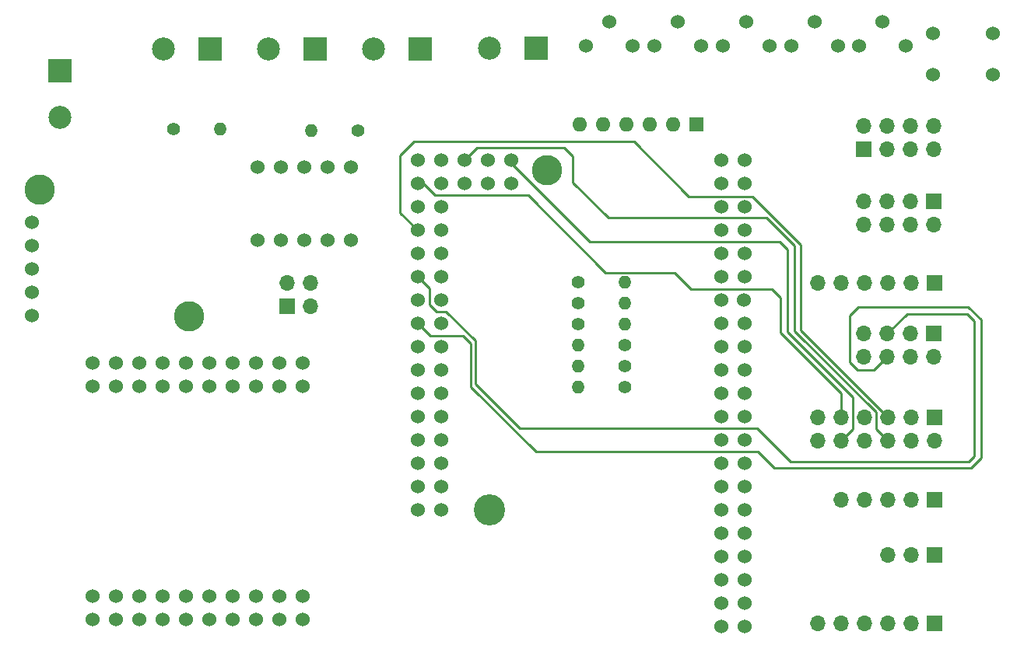
<source format=gbr>
%TF.GenerationSoftware,KiCad,Pcbnew,(6.0.0-0)*%
%TF.CreationDate,2022-02-23T10:17:12-05:00*%
%TF.ProjectId,LED_Controller_Without_Level_Shifter,4c45445f-436f-46e7-9472-6f6c6c65725f,1.0*%
%TF.SameCoordinates,Original*%
%TF.FileFunction,Copper,L3,Inr*%
%TF.FilePolarity,Positive*%
%FSLAX46Y46*%
G04 Gerber Fmt 4.6, Leading zero omitted, Abs format (unit mm)*
G04 Created by KiCad (PCBNEW (6.0.0-0)) date 2022-02-23 10:17:12*
%MOMM*%
%LPD*%
G01*
G04 APERTURE LIST*
%TA.AperFunction,ComponentPad*%
%ADD10C,1.524000*%
%TD*%
%TA.AperFunction,ComponentPad*%
%ADD11C,3.400000*%
%TD*%
%TA.AperFunction,ComponentPad*%
%ADD12C,3.300000*%
%TD*%
%TA.AperFunction,ComponentPad*%
%ADD13R,2.500000X2.500000*%
%TD*%
%TA.AperFunction,ComponentPad*%
%ADD14C,2.500000*%
%TD*%
%TA.AperFunction,ComponentPad*%
%ADD15R,1.700000X1.700000*%
%TD*%
%TA.AperFunction,ComponentPad*%
%ADD16O,1.700000X1.700000*%
%TD*%
%TA.AperFunction,ComponentPad*%
%ADD17C,1.400000*%
%TD*%
%TA.AperFunction,ComponentPad*%
%ADD18O,1.400000X1.400000*%
%TD*%
%TA.AperFunction,ComponentPad*%
%ADD19R,1.600000X1.600000*%
%TD*%
%TA.AperFunction,ComponentPad*%
%ADD20O,1.600000X1.600000*%
%TD*%
%TA.AperFunction,Conductor*%
%ADD21C,0.250000*%
%TD*%
G04 APERTURE END LIST*
D10*
%TO.N,unconnected-(U4-Pad75)*%
%TO.C,U4*%
X165770000Y-123550000D03*
%TO.N,unconnected-(U4-Pad74)*%
X168310000Y-123550000D03*
%TO.N,TX0*%
X165770000Y-118470000D03*
%TO.N,RX0*%
X168310000Y-118470000D03*
%TO.N,OE*%
X165770000Y-115930000D03*
%TO.N,DP_DATA_IN*%
X168310000Y-115930000D03*
%TO.N,DP_CLOCK*%
X165780000Y-113390000D03*
%TO.N,DP_LOAD*%
X168310000Y-113390000D03*
%TO.N,unconnected-(U4-Pad6)*%
X165770000Y-110850000D03*
%TO.N,unconnected-(U4-Pad7)*%
X168310000Y-110850000D03*
%TO.N,unconnected-(U4-Pad8)*%
X165770000Y-108310000D03*
%TO.N,unconnected-(U4-Pad9)*%
X168310000Y-108310000D03*
%TO.N,unconnected-(U4-Pad10)*%
X165770000Y-105770000D03*
%TO.N,unconnected-(U4-Pad11)*%
X168310000Y-105770000D03*
%TO.N,VU_STROBE*%
X165770000Y-103230000D03*
%TO.N,VU_RESET*%
X168310000Y-103230000D03*
%TO.N,unconnected-(U4-Pad14)*%
X165770000Y-100690000D03*
%TO.N,unconnected-(U4-Pad15)*%
X168310000Y-100690000D03*
%TO.N,LOGIC_2560_RX*%
X165770000Y-98150000D03*
%TO.N,LOGIC_2560_TX*%
X168310000Y-98150000D03*
%TO.N,TX1*%
X165780000Y-95610000D03*
%TO.N,RX1*%
X168230000Y-95610000D03*
%TO.N,SDA*%
X165780000Y-93070000D03*
%TO.N,SCL*%
X168310000Y-93070000D03*
%TO.N,unconnected-(U4-Pad22)*%
X165770000Y-90530000D03*
%TO.N,unconnected-(U4-Pad23)*%
X168310000Y-90530000D03*
%TO.N,unconnected-(U4-Pad24)*%
X165770000Y-87990000D03*
%TO.N,+5V*%
X168310000Y-131170000D03*
%TO.N,GND*%
X168310000Y-128630000D03*
D11*
%TO.N,N/C*%
X140530000Y-118470000D03*
D12*
X146820000Y-81440000D03*
D10*
%TO.N,unconnected-(U4-Pad25)*%
X168310000Y-87990000D03*
%TO.N,unconnected-(U4-Pad26)*%
X165770000Y-85450000D03*
%TO.N,unconnected-(U4-Pad27)*%
X168310000Y-85450000D03*
%TO.N,unconnected-(U4-Pad28)*%
X165770000Y-82910000D03*
%TO.N,unconnected-(U4-Pad29)*%
X168310000Y-82910000D03*
%TO.N,MAINT_DATA*%
X165770000Y-80370000D03*
%TO.N,unconnected-(U4-Pad31)*%
X168310000Y-80370000D03*
%TO.N,MAINT_CLOCK*%
X132750000Y-98150000D03*
%TO.N,unconnected-(U4-Pad33)*%
X135290000Y-98150000D03*
%TO.N,LDP_DATA*%
X132750000Y-95610000D03*
%TO.N,unconnected-(U4-Pad35)*%
X135290000Y-95610000D03*
%TO.N,LDP_CLOCK*%
X132750000Y-93070000D03*
%TO.N,unconnected-(U4-Pad37)*%
X135290000Y-93070000D03*
%TO.N,CS1_DATA*%
X132750000Y-90530000D03*
%TO.N,unconnected-(U4-Pad39)*%
X135290000Y-90530000D03*
%TO.N,CS1_CLOCK*%
X132750000Y-87990000D03*
%TO.N,unconnected-(U4-Pad41)*%
X135290000Y-87990000D03*
%TO.N,CS2_DATA*%
X132750000Y-85450000D03*
%TO.N,unconnected-(U4-Pad43)*%
X135290000Y-85450000D03*
%TO.N,CS2_CLOCK*%
X132750000Y-82910000D03*
%TO.N,JUMPER5*%
X135290000Y-82910000D03*
%TO.N,VU1_DATA*%
X132750000Y-80370000D03*
%TO.N,JUMPER4*%
X135290000Y-80370000D03*
%TO.N,VU1_CLOCK*%
X137840000Y-80370000D03*
%TO.N,JUMPER3*%
X137830000Y-82910000D03*
%TO.N,VU2_DATA*%
X140370000Y-80370000D03*
%TO.N,JUMPER2*%
X140370000Y-82910000D03*
%TO.N,VU2_CLOCK*%
X142910000Y-80370000D03*
%TO.N,JUMPER1*%
X142910000Y-82910000D03*
%TO.N,GND*%
X165770000Y-128630000D03*
%TO.N,+5V*%
X165770000Y-131170000D03*
%TO.N,unconnected-(U4-Pad72)*%
X165770000Y-126090000D03*
%TO.N,unconnected-(U4-Pad73)*%
X168310000Y-126090000D03*
%TO.N,unconnected-(U4-Pad104)*%
X165770000Y-121010000D03*
%TO.N,RESET*%
X168310000Y-121010000D03*
%TO.N,SPECTRUM_LEFT*%
X132750000Y-118470000D03*
%TO.N,SPECTRUM_RIGHT*%
X135290000Y-118470000D03*
%TO.N,TRIM1*%
X132750000Y-115930000D03*
%TO.N,TRIM2*%
X135290000Y-115930000D03*
%TO.N,TRIM3*%
X132750000Y-113390000D03*
%TO.N,TRIM4*%
X135290000Y-113390000D03*
%TO.N,TRIM5*%
X132750000Y-110850000D03*
%TO.N,BATTERY_LEVEL*%
X135290000Y-110850000D03*
%TO.N,EXT_MIC*%
X132750000Y-108310000D03*
%TO.N,unconnected-(U4-Pad209)*%
X135290000Y-108310000D03*
%TO.N,unconnected-(U4-Pad210)*%
X132750000Y-105770000D03*
%TO.N,unconnected-(U4-Pad211)*%
X135290000Y-105770000D03*
%TO.N,unconnected-(U4-Pad212)*%
X132750000Y-103230000D03*
%TO.N,unconnected-(U4-Pad213)*%
X135290000Y-103230000D03*
%TO.N,unconnected-(U4-Pad214)*%
X132750000Y-100690000D03*
%TO.N,unconnected-(U4-Pad215)*%
X135290000Y-100690000D03*
%TD*%
%TO.N,unconnected-(U1-Pad0)*%
%TO.C,U1*%
X90780000Y-87130000D03*
%TO.N,+12V*%
X90780000Y-89670000D03*
%TO.N,GND*%
X90780000Y-92210000D03*
X90780000Y-94750000D03*
%TO.N,+5V*%
X90780000Y-97290000D03*
D12*
%TO.N,N/C*%
X91610000Y-83600000D03*
X107838800Y-97361200D03*
%TD*%
D10*
%TO.N,GND*%
%TO.C,RV5*%
X178452500Y-67935000D03*
%TO.N,TRIM4*%
X175912500Y-65325000D03*
%TO.N,+5V*%
X173372500Y-67935000D03*
%TD*%
D13*
%TO.N,GND*%
%TO.C,J1*%
X93790000Y-70645000D03*
D14*
%TO.N,+12V*%
X93790000Y-75725000D03*
%TD*%
D13*
%TO.N,GND*%
%TO.C,J2*%
X110180000Y-68280000D03*
D14*
%TO.N,+5V*%
X105100000Y-68280000D03*
%TD*%
D13*
%TO.N,GND*%
%TO.C,J3*%
X133045000Y-68280000D03*
D14*
%TO.N,+5V*%
X127965000Y-68280000D03*
%TD*%
D13*
%TO.N,GND*%
%TO.C,J4*%
X121615000Y-68254000D03*
D14*
%TO.N,+5V*%
X116535000Y-68254000D03*
%TD*%
D15*
%TO.N,GND*%
%TO.C,J5*%
X188930000Y-99250000D03*
D16*
X188930000Y-101790000D03*
%TO.N,+5V*%
X186390000Y-99250000D03*
X186390000Y-101790000D03*
%TO.N,LDP_CLOCK*%
X183850000Y-99250000D03*
%TO.N,MAINT_CLOCK*%
X183850000Y-101790000D03*
%TO.N,/H-R1_LD*%
X181310000Y-99250000D03*
%TO.N,/H-R2-MD*%
X181310000Y-101790000D03*
%TD*%
D15*
%TO.N,GND*%
%TO.C,J6*%
X189000000Y-108380000D03*
D16*
X189000000Y-110920000D03*
%TO.N,+5V*%
X186460000Y-108380000D03*
X186460000Y-110920000D03*
%TO.N,CS1_CLOCK*%
X183920000Y-108380000D03*
%TO.N,VU1_CLOCK*%
X183920000Y-110920000D03*
%TO.N,/H-R3_C1D*%
X181380000Y-108380000D03*
%TO.N,/H-R4_V1D*%
X181380000Y-110920000D03*
%TO.N,CS2_CLOCK*%
X178840000Y-108380000D03*
%TO.N,VU2_CLOCK*%
X178840000Y-110920000D03*
%TO.N,/H-R5_C2D*%
X176300000Y-108380000D03*
%TO.N,/H-R6_V2D*%
X176300000Y-110920000D03*
%TD*%
D15*
%TO.N,GND*%
%TO.C,J7*%
X188976000Y-117334000D03*
D16*
%TO.N,+5V*%
X186436000Y-117334000D03*
%TO.N,DP_LOAD*%
X183896000Y-117334000D03*
%TO.N,DP_CLOCK*%
X181356000Y-117334000D03*
%TO.N,DP_DATA_IN*%
X178816000Y-117334000D03*
%TD*%
D15*
%TO.N,GND*%
%TO.C,J8*%
X188976000Y-130810000D03*
D16*
%TO.N,+5V*%
X186436000Y-130810000D03*
%TO.N,VU_STROBE*%
X183896000Y-130810000D03*
%TO.N,VU_RESET*%
X181356000Y-130810000D03*
%TO.N,SPECTRUM_LEFT*%
X178816000Y-130810000D03*
%TO.N,SPECTRUM_RIGHT*%
X176276000Y-130810000D03*
%TD*%
D15*
%TO.N,+5V*%
%TO.C,J9*%
X181320000Y-79145000D03*
D16*
X181320000Y-76605000D03*
%TO.N,GND*%
X183860000Y-79145000D03*
X183860000Y-76605000D03*
%TO.N,SCL*%
X186400000Y-79145000D03*
X186400000Y-76605000D03*
%TO.N,SDA*%
X188940000Y-79145000D03*
X188940000Y-76605000D03*
%TD*%
D15*
%TO.N,GND*%
%TO.C,J10*%
X188920000Y-84885000D03*
D16*
X188920000Y-87425000D03*
%TO.N,+5V*%
X186380000Y-84885000D03*
X186380000Y-87425000D03*
%TO.N,TX1*%
X183840000Y-84885000D03*
%TO.N,TX0*%
X183840000Y-87425000D03*
%TO.N,RX1*%
X181300000Y-84885000D03*
%TO.N,RX0*%
X181300000Y-87425000D03*
%TD*%
D15*
%TO.N,GND*%
%TO.C,J11*%
X188951000Y-93751000D03*
D16*
%TO.N,OE*%
X186411000Y-93751000D03*
%TO.N,SCL*%
X183871000Y-93751000D03*
%TO.N,SDA*%
X181331000Y-93751000D03*
%TO.N,+5V*%
X178791000Y-93751000D03*
X176251000Y-93751000D03*
%TD*%
D17*
%TO.N,/H-R2-MD*%
%TO.C,R2*%
X155290000Y-102822000D03*
D18*
%TO.N,MAINT_DATA*%
X150210000Y-102822000D03*
%TD*%
D17*
%TO.N,/H-R3_C1D*%
%TO.C,R3*%
X155290000Y-100534000D03*
D18*
%TO.N,CS1_DATA*%
X150210000Y-100534000D03*
%TD*%
D17*
%TO.N,CS2_DATA*%
%TO.C,R4*%
X150210000Y-98246000D03*
D18*
%TO.N,/H-R5_C2D*%
X155290000Y-98246000D03*
%TD*%
D17*
%TO.N,VU1_DATA*%
%TO.C,R5*%
X150210000Y-95958000D03*
D18*
%TO.N,/H-R4_V1D*%
X155290000Y-95958000D03*
%TD*%
D17*
%TO.N,VU2_DATA*%
%TO.C,R6*%
X150210000Y-93670000D03*
D18*
%TO.N,/H-R6_V2D*%
X155290000Y-93670000D03*
%TD*%
D19*
%TO.N,GND*%
%TO.C,RN1*%
X163068000Y-76454000D03*
D20*
%TO.N,JUMPER1*%
X160528000Y-76454000D03*
%TO.N,JUMPER2*%
X157988000Y-76454000D03*
%TO.N,JUMPER3*%
X155448000Y-76454000D03*
%TO.N,JUMPER4*%
X152908000Y-76454000D03*
%TO.N,JUMPER5*%
X150368000Y-76454000D03*
%TD*%
D10*
%TO.N,unconnected-(U2-Pad0)*%
%TO.C,U2*%
X105015400Y-130406600D03*
%TO.N,unconnected-(U2-Pad1)*%
X120205400Y-127866600D03*
%TO.N,unconnected-(U2-Pad2)*%
X102475400Y-130406600D03*
%TO.N,unconnected-(U2-Pad3)*%
X117715400Y-127866600D03*
%TO.N,unconnected-(U2-Pad4)*%
X107555400Y-130406600D03*
%TO.N,unconnected-(U2-Pad5)*%
X105015400Y-105000600D03*
%TO.N,unconnected-(U2-Pad18)*%
X112635400Y-105000600D03*
%TO.N,unconnected-(U2-Pad19)*%
X110095400Y-105000600D03*
%TO.N,unconnected-(U2-Pad21)*%
X112635400Y-127866600D03*
%TO.N,unconnected-(U2-Pad22)*%
X115175400Y-127866600D03*
%TO.N,unconnected-(U2-Pad23)*%
X107555400Y-105000600D03*
%TO.N,unconnected-(U2-Pad25)*%
X107555400Y-127866600D03*
%TO.N,unconnected-(U2-Pad26)*%
X115175400Y-105000600D03*
%TO.N,unconnected-(U2-Pad27)*%
X110095400Y-127866600D03*
%TO.N,unconnected-(U2-Pad32)*%
X112635400Y-130406600D03*
%TO.N,unconnected-(U2-Pad33)*%
X110095400Y-102460600D03*
%TO.N,unconnected-(U2-Pad34)*%
X107555400Y-102460600D03*
%TO.N,unconnected-(U2-Pad35)*%
X112635400Y-102460600D03*
%TO.N,unconnected-(U2-Pad39)*%
X115175400Y-102460600D03*
%TO.N,GND*%
X105015400Y-127866600D03*
X120255400Y-130406600D03*
X120255400Y-102460600D03*
%TO.N,+5V*%
X102475400Y-127866600D03*
%TO.N,3.3V*%
X102475400Y-105000600D03*
%TO.N,unconnected-(U2-Pad80)*%
X99935400Y-127866600D03*
%TO.N,unconnected-(U2-Pad81)*%
X97395400Y-127866600D03*
%TO.N,unconnected-(U2-Pad82)*%
X110095400Y-130406600D03*
%TO.N,unconnected-(U2-Pad83)*%
X99935400Y-130406600D03*
%TO.N,unconnected-(U2-Pad84)*%
X97395400Y-130406600D03*
%TO.N,unconnected-(U2-Pad85)*%
X120255400Y-105000600D03*
%TO.N,unconnected-(U2-Pad86)*%
X117715400Y-105000600D03*
%TO.N,unconnected-(U2-Pad87)*%
X99935400Y-105000600D03*
%TO.N,unconnected-(U2-Pad88)*%
X97395400Y-105000600D03*
%TO.N,unconnected-(U2-Pad89)*%
X117715400Y-102460600D03*
%TO.N,unconnected-(U2-Pad90)*%
X105015400Y-102460600D03*
%TO.N,unconnected-(U2-Pad91)*%
X102475400Y-102460600D03*
%TO.N,unconnected-(U2-Pad92)*%
X99935400Y-102460600D03*
%TO.N,unconnected-(U2-Pad93)*%
X97395400Y-102460600D03*
%TO.N,ESP_LOGIC_RX*%
X115175400Y-130406600D03*
%TO.N,ESP_LOGIC_TX*%
X117715400Y-130406600D03*
%TD*%
D17*
%TO.N,/H-R1_LD*%
%TO.C,R1*%
X155290000Y-105110000D03*
D18*
%TO.N,LDP_DATA*%
X150210000Y-105110000D03*
%TD*%
D10*
%TO.N,+5V*%
%TO.C,SW1*%
X125476000Y-81089000D03*
X122936000Y-81089000D03*
X120396000Y-81089000D03*
X117856000Y-81089000D03*
X115316000Y-81089000D03*
%TO.N,JUMPER1*%
X115316000Y-89091000D03*
%TO.N,JUMPER2*%
X117856000Y-89091000D03*
%TO.N,JUMPER3*%
X120396000Y-89091000D03*
%TO.N,JUMPER4*%
X122936000Y-89091000D03*
%TO.N,JUMPER5*%
X125476000Y-89091000D03*
%TD*%
%TO.N,GND*%
%TO.C,SW2*%
X188820000Y-71020000D03*
%TO.N,RESET*%
X188820000Y-66520000D03*
%TO.N,GND*%
X195320000Y-71020000D03*
%TO.N,RESET*%
X195320000Y-66520000D03*
%TD*%
%TO.N,GND*%
%TO.C,RV1*%
X156140000Y-67935000D03*
%TO.N,TRIM1*%
X153600000Y-65325000D03*
%TO.N,+5V*%
X151060000Y-67935000D03*
%TD*%
%TO.N,GND*%
%TO.C,RV2*%
X171015000Y-67935000D03*
%TO.N,TRIM3*%
X168475000Y-65325000D03*
%TO.N,+5V*%
X165935000Y-67935000D03*
%TD*%
%TO.N,GND*%
%TO.C,RV3*%
X185890000Y-67935000D03*
%TO.N,TRIM5*%
X183350000Y-65325000D03*
%TO.N,+5V*%
X180810000Y-67935000D03*
%TD*%
%TO.N,GND*%
%TO.C,RV4*%
X163577500Y-67935000D03*
%TO.N,TRIM2*%
X161037500Y-65325000D03*
%TO.N,+5V*%
X158497500Y-67935000D03*
%TD*%
D15*
%TO.N,ESP_LOGIC_RX*%
%TO.C,J13*%
X118545000Y-96315000D03*
D16*
%TO.N,ESP_LOGIC_TX*%
X118545000Y-93775000D03*
%TO.N,LOGIC_2560_RX*%
X121085000Y-96315000D03*
%TO.N,LOGIC_2560_TX*%
X121085000Y-93775000D03*
%TD*%
D15*
%TO.N,GND*%
%TO.C,J13*%
X188975000Y-123340000D03*
D16*
%TO.N,+5V*%
X186435000Y-123340000D03*
%TO.N,EXT_MIC*%
X183895000Y-123340000D03*
%TD*%
D17*
%TO.N,BATTERY_LEVEL*%
%TO.C,R7*%
X106172000Y-76962000D03*
D18*
%TO.N,POS*%
X111252000Y-76962000D03*
%TD*%
D17*
%TO.N,NEG*%
%TO.C,R8*%
X126238000Y-77140000D03*
D18*
%TO.N,BATTERY_LEVEL*%
X121158000Y-77140000D03*
%TD*%
D13*
%TO.N,POS*%
%TO.C,J12*%
X145625000Y-68170000D03*
D14*
%TO.N,NEG*%
X140545000Y-68170000D03*
%TD*%
D21*
%TO.N,CS2_CLOCK*%
X132750000Y-82910000D02*
X133386462Y-82910000D01*
X133386462Y-82910000D02*
X134636462Y-84160000D01*
X134636462Y-84160000D02*
X144760000Y-84160000D01*
X144760000Y-84160000D02*
X153216511Y-92616511D01*
X153216511Y-92616511D02*
X160746511Y-92616511D01*
X160746511Y-92616511D02*
X162510000Y-94380000D01*
X162510000Y-94380000D02*
X171260000Y-94380000D01*
X171260000Y-94380000D02*
X172220000Y-95340000D01*
X178840000Y-105770000D02*
X178840000Y-108380000D01*
X172220000Y-95340000D02*
X172220000Y-99150000D01*
X172220000Y-99150000D02*
X178840000Y-105770000D01*
%TO.N,VU2_CLOCK*%
X142910000Y-80370000D02*
X142910000Y-80740000D01*
X142910000Y-80740000D02*
X151450000Y-89280000D01*
X151450000Y-89280000D02*
X172170000Y-89280000D01*
X180120000Y-109640000D02*
X178840000Y-110920000D01*
X172990000Y-90100000D02*
X172990000Y-99090000D01*
X172170000Y-89280000D02*
X172990000Y-90100000D01*
X180120000Y-106220000D02*
X180120000Y-109640000D01*
X172990000Y-99090000D02*
X180120000Y-106220000D01*
%TO.N,LDP_CLOCK*%
X183850000Y-99250000D02*
X186000000Y-97100000D01*
X186000000Y-97100000D02*
X192570000Y-97100000D01*
X193350000Y-112580000D02*
X192740000Y-113190000D01*
X192570000Y-97100000D02*
X193350000Y-97880000D01*
X193350000Y-97880000D02*
X193350000Y-112580000D01*
X192740000Y-113190000D02*
X173300000Y-113190000D01*
X173300000Y-113190000D02*
X169720000Y-109610000D01*
X169720000Y-109610000D02*
X143870000Y-109610000D01*
X143870000Y-109610000D02*
X139030000Y-104770000D01*
X139030000Y-104770000D02*
X139030000Y-100020000D01*
X139030000Y-100020000D02*
X135850000Y-96840000D01*
X135850000Y-96840000D02*
X134770000Y-96840000D01*
X134770000Y-96840000D02*
X134030000Y-96100000D01*
X134030000Y-96100000D02*
X134030000Y-94350000D01*
X134030000Y-94350000D02*
X132750000Y-93070000D01*
%TO.N,MAINT_CLOCK*%
X183850000Y-101790000D02*
X182380000Y-103260000D01*
X182380000Y-103260000D02*
X180580000Y-103260000D01*
X179730000Y-102410000D02*
X179730000Y-97330000D01*
X179730000Y-97330000D02*
X180710000Y-96350000D01*
X180580000Y-103260000D02*
X179730000Y-102410000D01*
X180710000Y-96350000D02*
X192660000Y-96350000D01*
X192660000Y-96350000D02*
X194050000Y-97740000D01*
X192990000Y-113880000D02*
X171520000Y-113880000D01*
X194050000Y-112820000D02*
X192990000Y-113880000D01*
X194050000Y-97740000D02*
X194050000Y-112820000D01*
X171520000Y-113880000D02*
X169750000Y-112110000D01*
X169750000Y-112110000D02*
X145610000Y-112110000D01*
X145610000Y-112110000D02*
X138550000Y-105050000D01*
X138550000Y-105050000D02*
X138550000Y-100370000D01*
X138550000Y-100370000D02*
X137710000Y-99530000D01*
X137710000Y-99530000D02*
X134130000Y-99530000D01*
X134130000Y-99530000D02*
X132750000Y-98150000D01*
%TO.N,VU1_CLOCK*%
X137840000Y-80370000D02*
X139230000Y-78980000D01*
X139230000Y-78980000D02*
X148710000Y-78980000D01*
X173760000Y-89690000D02*
X173760000Y-98960000D01*
X148710000Y-78980000D02*
X149640000Y-79910000D01*
X149640000Y-79910000D02*
X149640000Y-82790000D01*
X170700000Y-86630000D02*
X173760000Y-89690000D01*
X149640000Y-82790000D02*
X153480000Y-86630000D01*
X173760000Y-98960000D02*
X182630000Y-107830000D01*
X153480000Y-86630000D02*
X170700000Y-86630000D01*
X182630000Y-107830000D02*
X182630000Y-109630000D01*
X182630000Y-109630000D02*
X183920000Y-110920000D01*
%TO.N,CS1_CLOCK*%
X132750000Y-87990000D02*
X130840000Y-86080000D01*
X130840000Y-86080000D02*
X130840000Y-79840000D01*
X130840000Y-79840000D02*
X132340000Y-78340000D01*
X132340000Y-78340000D02*
X156300000Y-78340000D01*
X156300000Y-78340000D02*
X162260000Y-84300000D01*
X162260000Y-84300000D02*
X169160000Y-84300000D01*
X169160000Y-84300000D02*
X174470000Y-89610000D01*
X174470000Y-89610000D02*
X174470000Y-98930000D01*
X174470000Y-98930000D02*
X183920000Y-108380000D01*
%TD*%
M02*

</source>
